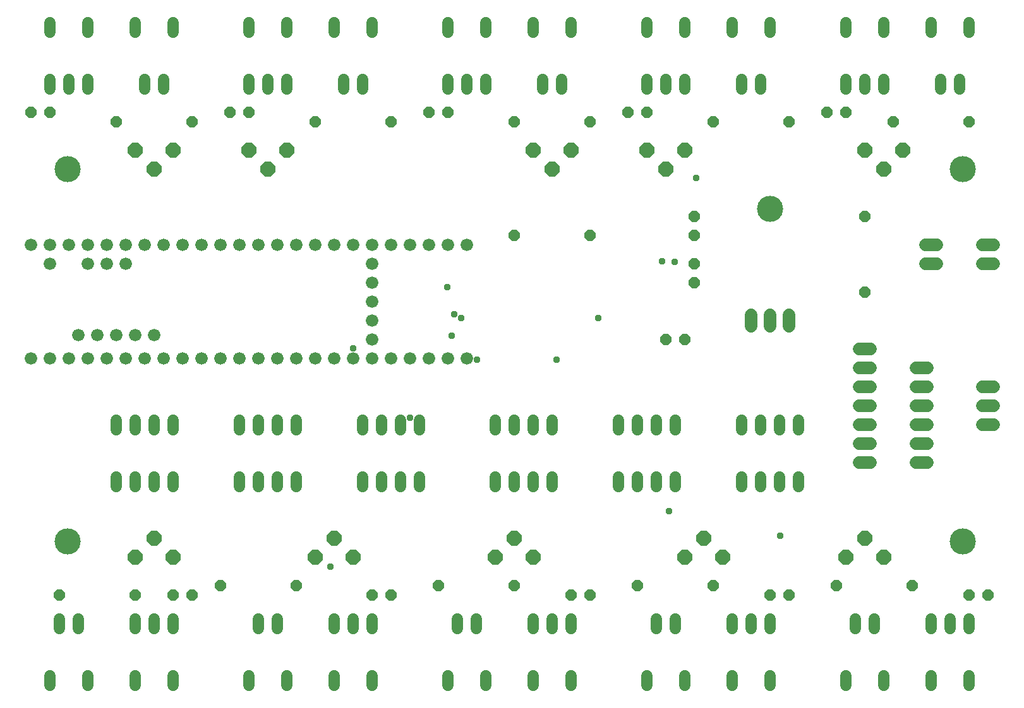
<source format=gbr>
G04 EAGLE Gerber RS-274X export*
G75*
%MOMM*%
%FSLAX34Y34*%
%LPD*%
%INSoldermask Top*%
%IPPOS*%
%AMOC8*
5,1,8,0,0,1.08239X$1,22.5*%
G01*
%ADD10C,1.524000*%
%ADD11P,1.649562X8X202.500000*%
%ADD12P,1.649562X8X22.500000*%
%ADD13C,1.676400*%
%ADD14C,3.503200*%
%ADD15C,1.727200*%
%ADD16C,3.505200*%
%ADD17P,1.649562X8X292.500000*%
%ADD18P,1.649562X8X112.500000*%
%ADD19P,2.144431X8X22.500000*%
%ADD20P,2.144431X8X202.500000*%
%ADD21C,0.959600*%


D10*
X50800Y56896D02*
X50800Y70104D01*
X101600Y70104D02*
X101600Y56896D01*
X63500Y133096D02*
X63500Y146304D01*
X88900Y146304D02*
X88900Y133096D01*
X215900Y933196D02*
X215900Y946404D01*
X165100Y946404D02*
X165100Y933196D01*
X203200Y870204D02*
X203200Y856996D01*
X177800Y856996D02*
X177800Y870204D01*
X317500Y70104D02*
X317500Y56896D01*
X368300Y56896D02*
X368300Y70104D01*
X330200Y133096D02*
X330200Y146304D01*
X355600Y146304D02*
X355600Y133096D01*
X584200Y70104D02*
X584200Y56896D01*
X635000Y56896D02*
X635000Y70104D01*
X596900Y133096D02*
X596900Y146304D01*
X622300Y146304D02*
X622300Y133096D01*
X850900Y70104D02*
X850900Y56896D01*
X901700Y56896D02*
X901700Y70104D01*
X863600Y133096D02*
X863600Y146304D01*
X889000Y146304D02*
X889000Y133096D01*
X1117600Y70104D02*
X1117600Y56896D01*
X1168400Y56896D02*
X1168400Y70104D01*
X1130300Y133096D02*
X1130300Y146304D01*
X1155700Y146304D02*
X1155700Y133096D01*
X1282700Y933196D02*
X1282700Y946404D01*
X1231900Y946404D02*
X1231900Y933196D01*
X1270000Y870204D02*
X1270000Y856996D01*
X1244600Y856996D02*
X1244600Y870204D01*
X1016000Y933196D02*
X1016000Y946404D01*
X965200Y946404D02*
X965200Y933196D01*
X1003300Y870204D02*
X1003300Y856996D01*
X977900Y856996D02*
X977900Y870204D01*
X749300Y933196D02*
X749300Y946404D01*
X698500Y946404D02*
X698500Y933196D01*
X736600Y870204D02*
X736600Y856996D01*
X711200Y856996D02*
X711200Y870204D01*
X482600Y933196D02*
X482600Y946404D01*
X431800Y946404D02*
X431800Y933196D01*
X469900Y870204D02*
X469900Y856996D01*
X444500Y856996D02*
X444500Y870204D01*
X165100Y70104D02*
X165100Y56896D01*
X215900Y56896D02*
X215900Y70104D01*
X165100Y133096D02*
X165100Y146304D01*
X215900Y146304D02*
X215900Y133096D01*
X190500Y133096D02*
X190500Y146304D01*
X431800Y70104D02*
X431800Y56896D01*
X482600Y56896D02*
X482600Y70104D01*
X431800Y133096D02*
X431800Y146304D01*
X482600Y146304D02*
X482600Y133096D01*
X457200Y133096D02*
X457200Y146304D01*
X698500Y70104D02*
X698500Y56896D01*
X749300Y56896D02*
X749300Y70104D01*
X698500Y133096D02*
X698500Y146304D01*
X749300Y146304D02*
X749300Y133096D01*
X723900Y133096D02*
X723900Y146304D01*
X965200Y70104D02*
X965200Y56896D01*
X1016000Y56896D02*
X1016000Y70104D01*
X965200Y133096D02*
X965200Y146304D01*
X1016000Y146304D02*
X1016000Y133096D01*
X990600Y133096D02*
X990600Y146304D01*
X1231900Y70104D02*
X1231900Y56896D01*
X1282700Y56896D02*
X1282700Y70104D01*
X1231900Y133096D02*
X1231900Y146304D01*
X1282700Y146304D02*
X1282700Y133096D01*
X1257300Y133096D02*
X1257300Y146304D01*
X1168400Y933196D02*
X1168400Y946404D01*
X1117600Y946404D02*
X1117600Y933196D01*
X1168400Y870204D02*
X1168400Y856996D01*
X1117600Y856996D02*
X1117600Y870204D01*
X1143000Y870204D02*
X1143000Y856996D01*
X901700Y933196D02*
X901700Y946404D01*
X850900Y946404D02*
X850900Y933196D01*
X901700Y870204D02*
X901700Y856996D01*
X850900Y856996D02*
X850900Y870204D01*
X876300Y870204D02*
X876300Y856996D01*
X635000Y933196D02*
X635000Y946404D01*
X584200Y946404D02*
X584200Y933196D01*
X635000Y870204D02*
X635000Y856996D01*
X584200Y856996D02*
X584200Y870204D01*
X609600Y870204D02*
X609600Y856996D01*
X368300Y933196D02*
X368300Y946404D01*
X317500Y946404D02*
X317500Y933196D01*
X368300Y870204D02*
X368300Y856996D01*
X317500Y856996D02*
X317500Y870204D01*
X342900Y870204D02*
X342900Y856996D01*
X101600Y933196D02*
X101600Y946404D01*
X50800Y946404D02*
X50800Y933196D01*
X101600Y870204D02*
X101600Y856996D01*
X50800Y856996D02*
X50800Y870204D01*
X76200Y870204D02*
X76200Y856996D01*
D11*
X241300Y177800D03*
X215900Y177800D03*
X508000Y177800D03*
X482600Y177800D03*
X774700Y177800D03*
X749300Y177800D03*
X1041400Y177800D03*
X1016000Y177800D03*
X1308100Y177800D03*
X1282700Y177800D03*
D12*
X1092200Y825500D03*
X1117600Y825500D03*
X825500Y825500D03*
X850900Y825500D03*
X558800Y825500D03*
X584200Y825500D03*
X292100Y825500D03*
X317500Y825500D03*
X25400Y825500D03*
X50800Y825500D03*
D13*
X76200Y495300D03*
X101600Y495300D03*
X127000Y495300D03*
X152400Y495300D03*
X177800Y495300D03*
X203200Y495300D03*
X228600Y495300D03*
X254000Y495300D03*
X279400Y495300D03*
X304800Y495300D03*
X330200Y495300D03*
X355600Y495300D03*
X355600Y647700D03*
X330200Y647700D03*
X304800Y647700D03*
X279400Y647700D03*
X254000Y647700D03*
X228600Y647700D03*
X203200Y647700D03*
X177800Y647700D03*
X152400Y647700D03*
X127000Y647700D03*
X101600Y647700D03*
X50800Y495300D03*
X76200Y647700D03*
X50800Y647700D03*
X25400Y495300D03*
X25400Y647700D03*
X381000Y495300D03*
X381000Y647700D03*
X406400Y495300D03*
X431800Y495300D03*
X457200Y495300D03*
X482600Y495300D03*
X508000Y495300D03*
X533400Y495300D03*
X558800Y495300D03*
X584200Y495300D03*
X609600Y495300D03*
X609600Y647700D03*
X584200Y647700D03*
X558800Y647700D03*
X533400Y647700D03*
X508000Y647700D03*
X482600Y647700D03*
X457200Y647700D03*
X431800Y647700D03*
X406400Y647700D03*
X482600Y520700D03*
X482600Y571500D03*
X482600Y596900D03*
X482600Y546100D03*
X482600Y622300D03*
X50800Y622300D03*
X101600Y622300D03*
X127000Y622300D03*
X152400Y622300D03*
X88900Y527050D03*
X114300Y527050D03*
X139700Y527050D03*
X165100Y527050D03*
X190500Y527050D03*
D12*
X63500Y177800D03*
X165100Y177800D03*
D10*
X139700Y323596D02*
X139700Y336804D01*
X165100Y336804D02*
X165100Y323596D01*
X165100Y399796D02*
X165100Y413004D01*
X139700Y413004D02*
X139700Y399796D01*
X190500Y336804D02*
X190500Y323596D01*
X215900Y323596D02*
X215900Y336804D01*
X190500Y399796D02*
X190500Y413004D01*
X215900Y413004D02*
X215900Y399796D01*
X304800Y336804D02*
X304800Y323596D01*
X330200Y323596D02*
X330200Y336804D01*
X330200Y399796D02*
X330200Y413004D01*
X304800Y413004D02*
X304800Y399796D01*
X355600Y336804D02*
X355600Y323596D01*
X381000Y323596D02*
X381000Y336804D01*
X355600Y399796D02*
X355600Y413004D01*
X381000Y413004D02*
X381000Y399796D01*
X469900Y336804D02*
X469900Y323596D01*
X495300Y323596D02*
X495300Y336804D01*
X495300Y399796D02*
X495300Y413004D01*
X469900Y413004D02*
X469900Y399796D01*
X520700Y336804D02*
X520700Y323596D01*
X546100Y323596D02*
X546100Y336804D01*
X520700Y399796D02*
X520700Y413004D01*
X546100Y413004D02*
X546100Y399796D01*
X647700Y336804D02*
X647700Y323596D01*
X673100Y323596D02*
X673100Y336804D01*
X673100Y399796D02*
X673100Y413004D01*
X647700Y413004D02*
X647700Y399796D01*
X698500Y336804D02*
X698500Y323596D01*
X723900Y323596D02*
X723900Y336804D01*
X698500Y399796D02*
X698500Y413004D01*
X723900Y413004D02*
X723900Y399796D01*
X812800Y336804D02*
X812800Y323596D01*
X838200Y323596D02*
X838200Y336804D01*
X838200Y399796D02*
X838200Y413004D01*
X812800Y413004D02*
X812800Y399796D01*
X863600Y336804D02*
X863600Y323596D01*
X889000Y323596D02*
X889000Y336804D01*
X863600Y399796D02*
X863600Y413004D01*
X889000Y413004D02*
X889000Y399796D01*
D12*
X279400Y190500D03*
X381000Y190500D03*
X571500Y190500D03*
X673100Y190500D03*
X838200Y190500D03*
X939800Y190500D03*
X1104900Y190500D03*
X1206500Y190500D03*
D11*
X1282700Y812800D03*
X1181100Y812800D03*
X1041400Y812800D03*
X939800Y812800D03*
X774700Y812800D03*
X673100Y812800D03*
X508000Y812800D03*
X406400Y812800D03*
X241300Y812800D03*
X139700Y812800D03*
D14*
X1275000Y750000D03*
X75000Y250000D03*
X75000Y750000D03*
X1275000Y250000D03*
D15*
X990600Y538480D02*
X990600Y553720D01*
X1016000Y553720D02*
X1016000Y538480D01*
X1041400Y538480D02*
X1041400Y553720D01*
D16*
X1016000Y695960D03*
D17*
X914400Y685800D03*
X914400Y660400D03*
X914400Y622300D03*
X914400Y596900D03*
D15*
X1224280Y622300D02*
X1239520Y622300D01*
X1239520Y647700D02*
X1224280Y647700D01*
X1300480Y406400D02*
X1315720Y406400D01*
X1315720Y431800D02*
X1300480Y431800D01*
X1300480Y457200D02*
X1315720Y457200D01*
D18*
X1143000Y584200D03*
X1143000Y685800D03*
D15*
X1300480Y622300D02*
X1315720Y622300D01*
X1315720Y647700D02*
X1300480Y647700D01*
D10*
X977900Y336804D02*
X977900Y323596D01*
X1003300Y323596D02*
X1003300Y336804D01*
X1003300Y399796D02*
X1003300Y413004D01*
X977900Y413004D02*
X977900Y399796D01*
X1028700Y336804D02*
X1028700Y323596D01*
X1054100Y323596D02*
X1054100Y336804D01*
X1028700Y399796D02*
X1028700Y413004D01*
X1054100Y413004D02*
X1054100Y399796D01*
D12*
X876300Y520700D03*
X901700Y520700D03*
X673100Y660400D03*
X774700Y660400D03*
D15*
X1211580Y355600D02*
X1226820Y355600D01*
X1226820Y381000D02*
X1211580Y381000D01*
X1211580Y406400D02*
X1226820Y406400D01*
X1226820Y431800D02*
X1211580Y431800D01*
X1211580Y457200D02*
X1226820Y457200D01*
X1226820Y482600D02*
X1211580Y482600D01*
D19*
X165100Y228600D03*
X215900Y228600D03*
X190500Y254000D03*
X406400Y228600D03*
X457200Y228600D03*
X431800Y254000D03*
X647700Y228600D03*
X698500Y228600D03*
X673100Y254000D03*
X901700Y228600D03*
X952500Y228600D03*
X927100Y254000D03*
X1117600Y228600D03*
X1168400Y228600D03*
X1143000Y254000D03*
D20*
X1193800Y774700D03*
X1143000Y774700D03*
X1168400Y749300D03*
X901700Y774700D03*
X850900Y774700D03*
X876300Y749300D03*
X749300Y774700D03*
X698500Y774700D03*
X723900Y749300D03*
X368300Y774700D03*
X317500Y774700D03*
X342900Y749300D03*
X215900Y774700D03*
X165100Y774700D03*
X190500Y749300D03*
D15*
X1135380Y355600D02*
X1150620Y355600D01*
X1150620Y381000D02*
X1135380Y381000D01*
X1135380Y406400D02*
X1150620Y406400D01*
X1150620Y431800D02*
X1135380Y431800D01*
X1135380Y457200D02*
X1150620Y457200D01*
X1150620Y482600D02*
X1135380Y482600D01*
X1135380Y508000D02*
X1150620Y508000D01*
D21*
X533400Y416052D03*
X888492Y624840D03*
X729996Y493776D03*
X623316Y493776D03*
X583692Y591312D03*
X1030224Y257556D03*
X592836Y554736D03*
X917448Y737616D03*
X589788Y525780D03*
X426720Y216408D03*
X457200Y509016D03*
X880872Y291084D03*
X601980Y550164D03*
X786384Y550164D03*
X871728Y626364D03*
M02*

</source>
